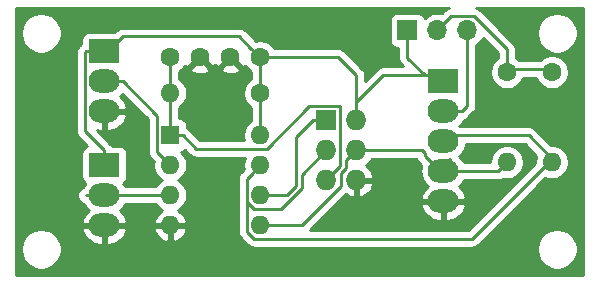
<source format=gbr>
G04 #@! TF.GenerationSoftware,KiCad,Pcbnew,5.1.5*
G04 #@! TF.CreationDate,2020-01-29T11:09:02+01:00*
G04 #@! TF.ProjectId,TinyADC,54696e79-4144-4432-9e6b-696361645f70,rev?*
G04 #@! TF.SameCoordinates,Original*
G04 #@! TF.FileFunction,Copper,L1,Top*
G04 #@! TF.FilePolarity,Positive*
%FSLAX46Y46*%
G04 Gerber Fmt 4.6, Leading zero omitted, Abs format (unit mm)*
G04 Created by KiCad (PCBNEW 5.1.5) date 2020-01-29 11:09:02*
%MOMM*%
%LPD*%
G04 APERTURE LIST*
%ADD10O,2.600000X2.000000*%
%ADD11R,2.600000X2.000000*%
%ADD12R,1.727200X1.727200*%
%ADD13O,1.727200X1.727200*%
%ADD14C,1.600000*%
%ADD15O,1.600000X1.600000*%
%ADD16R,1.600000X1.600000*%
%ADD17R,1.700000X1.700000*%
%ADD18O,1.700000X1.700000*%
%ADD19C,0.250000*%
%ADD20C,0.254000*%
G04 APERTURE END LIST*
D10*
X124460000Y-107950000D03*
X124460000Y-105410000D03*
D11*
X124460000Y-102870000D03*
D12*
X143256000Y-108712000D03*
D13*
X145796000Y-108712000D03*
X143256000Y-111252000D03*
X145796000Y-111252000D03*
X143256000Y-113792000D03*
X145796000Y-113792000D03*
D14*
X137628000Y-103378000D03*
X135128000Y-103378000D03*
X132548000Y-103378000D03*
X130048000Y-103378000D03*
D11*
X153162000Y-105410000D03*
D10*
X153162000Y-107950000D03*
X153162000Y-110490000D03*
X153162000Y-113030000D03*
X153162000Y-115570000D03*
D11*
X124460000Y-112522000D03*
D10*
X124460000Y-115062000D03*
X124460000Y-117602000D03*
D15*
X162366672Y-112268000D03*
D14*
X162366672Y-104648000D03*
X158556672Y-104648000D03*
D15*
X158556672Y-112268000D03*
D14*
X137668000Y-106426000D03*
D15*
X130048000Y-106426000D03*
D16*
X130048000Y-109982000D03*
D15*
X137668000Y-117602000D03*
X130048000Y-112522000D03*
X137668000Y-115062000D03*
X130048000Y-115062000D03*
X137668000Y-112522000D03*
X130048000Y-117602000D03*
X137668000Y-109982000D03*
D17*
X150114000Y-101092000D03*
D18*
X152654000Y-101092000D03*
X155194000Y-101092000D03*
D19*
X137668000Y-109982000D02*
X137668000Y-106426000D01*
X137628000Y-106386000D02*
X137668000Y-106426000D01*
X137628000Y-103378000D02*
X137628000Y-106386000D01*
X145796000Y-108712000D02*
X145796000Y-104902000D01*
X144272000Y-103378000D02*
X137628000Y-103378000D01*
X145796000Y-104902000D02*
X144272000Y-103378000D01*
X150114000Y-102192000D02*
X150114000Y-101092000D01*
X150114000Y-103404000D02*
X150114000Y-102192000D01*
X151612000Y-104902000D02*
X150114000Y-103404000D01*
X153162000Y-104902000D02*
X151612000Y-104902000D01*
X145796000Y-108712000D02*
X145796000Y-107188000D01*
X148082000Y-104902000D02*
X153162000Y-104902000D01*
X145796000Y-107188000D02*
X148082000Y-104902000D01*
X122910000Y-102870000D02*
X124460000Y-102870000D01*
X122834990Y-102945010D02*
X122910000Y-102870000D01*
X124460000Y-111272000D02*
X122834990Y-109646990D01*
X122834990Y-109646990D02*
X122834990Y-102945010D01*
X124460000Y-112522000D02*
X124460000Y-111272000D01*
X135870000Y-101620000D02*
X136828001Y-102578001D01*
X126010000Y-101620000D02*
X135870000Y-101620000D01*
X124760000Y-102870000D02*
X126010000Y-101620000D01*
X136828001Y-102578001D02*
X137628000Y-103378000D01*
X124460000Y-102870000D02*
X124760000Y-102870000D01*
X130048000Y-103378000D02*
X130048000Y-106426000D01*
X130048000Y-109982000D02*
X130048000Y-106426000D01*
X131098000Y-109982000D02*
X130048000Y-109982000D01*
X132223001Y-111107001D02*
X131098000Y-109982000D01*
X138208001Y-111107001D02*
X132223001Y-111107001D01*
X141791603Y-107523399D02*
X138208001Y-111107001D01*
X144379601Y-107523399D02*
X141791603Y-107523399D01*
X144444601Y-107588399D02*
X144379601Y-107523399D01*
X144444601Y-112603399D02*
X144444601Y-107588399D01*
X143256000Y-113792000D02*
X144444601Y-112603399D01*
X158556672Y-103212667D02*
X158556672Y-104344037D01*
X158556672Y-102715670D02*
X158556672Y-103212667D01*
X155758001Y-99916999D02*
X158556672Y-102715670D01*
X153829001Y-99916999D02*
X155758001Y-99916999D01*
X152654000Y-101092000D02*
X153829001Y-99916999D01*
X159688042Y-104344037D02*
X162366672Y-104344037D01*
X158556672Y-104344037D02*
X159688042Y-104344037D01*
X155194000Y-105710000D02*
X155194000Y-102294081D01*
X153162000Y-107442000D02*
X153462000Y-107442000D01*
X155194000Y-107468000D02*
X155194000Y-102294081D01*
X154712000Y-107950000D02*
X155194000Y-107468000D01*
X155194000Y-102294081D02*
X155194000Y-101092000D01*
X153162000Y-107950000D02*
X154712000Y-107950000D01*
X136542999Y-115602001D02*
X136542999Y-113647001D01*
X137127999Y-116187001D02*
X136542999Y-115602001D01*
X139465409Y-116187001D02*
X137127999Y-116187001D01*
X141166009Y-114486401D02*
X139465409Y-116187001D01*
X141166010Y-113341990D02*
X141166009Y-114486401D01*
X143256000Y-111252000D02*
X141166010Y-113341990D01*
X136868001Y-113321999D02*
X137668000Y-112522000D01*
X136542999Y-113647001D02*
X136868001Y-113321999D01*
X136542999Y-118142001D02*
X136542999Y-113647001D01*
X137127999Y-118727001D02*
X136542999Y-118142001D01*
X162366672Y-111964037D02*
X155603708Y-118727001D01*
X155603708Y-118727001D02*
X137127999Y-118727001D01*
X160384635Y-109982000D02*
X162366672Y-111964037D01*
X153162000Y-109982000D02*
X160384635Y-109982000D01*
X137668000Y-117602000D02*
X138799370Y-117602000D01*
X144932401Y-112115599D02*
X145796000Y-111252000D01*
X144932401Y-112752009D02*
X144932401Y-112115599D01*
X144526000Y-113158410D02*
X144932401Y-112752009D01*
X144526000Y-114281130D02*
X144526000Y-113158410D01*
X141205130Y-117602000D02*
X144526000Y-114281130D01*
X137668000Y-117602000D02*
X141205130Y-117602000D01*
X153719963Y-111964037D02*
X153162000Y-112522000D01*
X152862000Y-113030000D02*
X153162000Y-113030000D01*
X151612000Y-111780000D02*
X152862000Y-113030000D01*
X151384000Y-111252000D02*
X151612000Y-111480000D01*
X151612000Y-111480000D02*
X151612000Y-111780000D01*
X145796000Y-111252000D02*
X151384000Y-111252000D01*
X157794672Y-113030000D02*
X158556672Y-112268000D01*
X153162000Y-113030000D02*
X157794672Y-113030000D01*
X124486000Y-115062000D02*
X130048000Y-115062000D01*
X122936000Y-115062000D02*
X124486000Y-115062000D01*
X129248001Y-111722001D02*
X130048000Y-112522000D01*
X128922999Y-111396999D02*
X129248001Y-111722001D01*
X128922999Y-108322999D02*
X128922999Y-111396999D01*
X126010000Y-105410000D02*
X128922999Y-108322999D01*
X124460000Y-105410000D02*
X126010000Y-105410000D01*
X142142400Y-108712000D02*
X140716000Y-110138400D01*
X143256000Y-108712000D02*
X142142400Y-108712000D01*
X140716000Y-110138400D02*
X140716000Y-114300000D01*
X139954000Y-115062000D02*
X137668000Y-115062000D01*
X140716000Y-114300000D02*
X139954000Y-115062000D01*
D20*
G36*
X153536754Y-99211453D02*
G01*
X153404725Y-99282025D01*
X153289000Y-99376998D01*
X153265202Y-99405996D01*
X153020408Y-99650790D01*
X152800260Y-99607000D01*
X152507740Y-99607000D01*
X152220842Y-99664068D01*
X151950589Y-99776010D01*
X151707368Y-99938525D01*
X151575513Y-100070380D01*
X151553502Y-99997820D01*
X151494537Y-99887506D01*
X151415185Y-99790815D01*
X151318494Y-99711463D01*
X151208180Y-99652498D01*
X151088482Y-99616188D01*
X150964000Y-99603928D01*
X149264000Y-99603928D01*
X149139518Y-99616188D01*
X149019820Y-99652498D01*
X148909506Y-99711463D01*
X148812815Y-99790815D01*
X148733463Y-99887506D01*
X148674498Y-99997820D01*
X148638188Y-100117518D01*
X148625928Y-100242000D01*
X148625928Y-101942000D01*
X148638188Y-102066482D01*
X148674498Y-102186180D01*
X148733463Y-102296494D01*
X148812815Y-102393185D01*
X148909506Y-102472537D01*
X149019820Y-102531502D01*
X149139518Y-102567812D01*
X149264000Y-102580072D01*
X149354001Y-102580072D01*
X149354000Y-103366677D01*
X149350324Y-103404000D01*
X149354000Y-103441322D01*
X149354000Y-103441332D01*
X149364997Y-103552985D01*
X149407776Y-103694012D01*
X149408454Y-103696246D01*
X149479026Y-103828276D01*
X149518871Y-103876826D01*
X149573999Y-103944001D01*
X149603003Y-103967804D01*
X149777199Y-104142000D01*
X148119322Y-104142000D01*
X148081999Y-104138324D01*
X148044676Y-104142000D01*
X148044667Y-104142000D01*
X147933014Y-104152997D01*
X147789753Y-104196454D01*
X147657724Y-104267026D01*
X147541999Y-104361999D01*
X147518202Y-104390996D01*
X146556000Y-105353198D01*
X146556000Y-104939322D01*
X146559676Y-104901999D01*
X146556000Y-104864676D01*
X146556000Y-104864667D01*
X146545003Y-104753014D01*
X146501546Y-104609753D01*
X146430974Y-104477724D01*
X146416020Y-104459502D01*
X146359799Y-104390996D01*
X146359795Y-104390992D01*
X146336001Y-104361999D01*
X146307008Y-104338205D01*
X144835803Y-102867002D01*
X144812001Y-102837999D01*
X144696276Y-102743026D01*
X144564247Y-102672454D01*
X144420986Y-102628997D01*
X144309333Y-102618000D01*
X144309322Y-102618000D01*
X144272000Y-102614324D01*
X144234678Y-102618000D01*
X138846043Y-102618000D01*
X138742637Y-102463241D01*
X138542759Y-102263363D01*
X138307727Y-102106320D01*
X138046574Y-101998147D01*
X137769335Y-101943000D01*
X137486665Y-101943000D01*
X137304114Y-101979312D01*
X136433804Y-101109002D01*
X136410001Y-101079999D01*
X136294276Y-100985026D01*
X136162247Y-100914454D01*
X136018986Y-100870997D01*
X135907333Y-100860000D01*
X135907322Y-100860000D01*
X135870000Y-100856324D01*
X135832678Y-100860000D01*
X126047323Y-100860000D01*
X126010000Y-100856324D01*
X125972677Y-100860000D01*
X125972667Y-100860000D01*
X125861014Y-100870997D01*
X125717753Y-100914454D01*
X125585723Y-100985026D01*
X125502083Y-101053668D01*
X125469999Y-101079999D01*
X125446201Y-101108997D01*
X125323270Y-101231928D01*
X123160000Y-101231928D01*
X123035518Y-101244188D01*
X122915820Y-101280498D01*
X122805506Y-101339463D01*
X122708815Y-101418815D01*
X122629463Y-101515506D01*
X122570498Y-101625820D01*
X122534188Y-101745518D01*
X122521928Y-101870000D01*
X122521928Y-102215674D01*
X122485724Y-102235026D01*
X122369999Y-102329999D01*
X122346196Y-102359003D01*
X122323988Y-102381211D01*
X122294990Y-102405009D01*
X122271192Y-102434007D01*
X122271191Y-102434008D01*
X122200016Y-102520734D01*
X122129444Y-102652764D01*
X122108741Y-102721015D01*
X122085988Y-102796024D01*
X122075989Y-102897546D01*
X122071314Y-102945010D01*
X122074991Y-102982342D01*
X122074990Y-109609667D01*
X122071314Y-109646990D01*
X122074990Y-109684312D01*
X122074990Y-109684322D01*
X122085987Y-109795975D01*
X122110274Y-109876039D01*
X122129444Y-109939236D01*
X122200016Y-110071266D01*
X122224474Y-110101068D01*
X122294989Y-110186991D01*
X122323993Y-110210794D01*
X123015469Y-110902270D01*
X122915820Y-110932498D01*
X122805506Y-110991463D01*
X122708815Y-111070815D01*
X122629463Y-111167506D01*
X122570498Y-111277820D01*
X122534188Y-111397518D01*
X122521928Y-111522000D01*
X122521928Y-113522000D01*
X122534188Y-113646482D01*
X122570498Y-113766180D01*
X122629463Y-113876494D01*
X122708815Y-113973185D01*
X122805506Y-114052537D01*
X122852655Y-114077739D01*
X122793969Y-114149248D01*
X122690852Y-114342167D01*
X122643753Y-114356454D01*
X122511724Y-114427026D01*
X122395999Y-114521999D01*
X122301026Y-114637724D01*
X122230454Y-114769753D01*
X122186997Y-114913014D01*
X122172323Y-115062000D01*
X122186997Y-115210986D01*
X122230454Y-115354247D01*
X122301026Y-115486276D01*
X122395999Y-115602001D01*
X122511724Y-115696974D01*
X122643753Y-115767546D01*
X122690852Y-115781833D01*
X122793969Y-115974752D01*
X122998286Y-116223714D01*
X123128142Y-116330284D01*
X122914078Y-116535683D01*
X122729990Y-116799239D01*
X122600856Y-117093645D01*
X122569876Y-117221566D01*
X122689223Y-117475000D01*
X124333000Y-117475000D01*
X124333000Y-117455000D01*
X124587000Y-117455000D01*
X124587000Y-117475000D01*
X126230777Y-117475000D01*
X126350124Y-117221566D01*
X126319144Y-117093645D01*
X126190010Y-116799239D01*
X126005922Y-116535683D01*
X125791858Y-116330284D01*
X125921714Y-116223714D01*
X126126031Y-115974752D01*
X126207679Y-115822000D01*
X128829957Y-115822000D01*
X128933363Y-115976759D01*
X129133241Y-116176637D01*
X129368273Y-116333680D01*
X129378865Y-116338067D01*
X129192869Y-116449615D01*
X128984481Y-116638586D01*
X128816963Y-116864580D01*
X128696754Y-117118913D01*
X128656096Y-117252961D01*
X128778085Y-117475000D01*
X129921000Y-117475000D01*
X129921000Y-117455000D01*
X130175000Y-117455000D01*
X130175000Y-117475000D01*
X131317915Y-117475000D01*
X131439904Y-117252961D01*
X131399246Y-117118913D01*
X131279037Y-116864580D01*
X131111519Y-116638586D01*
X130903131Y-116449615D01*
X130717135Y-116338067D01*
X130727727Y-116333680D01*
X130962759Y-116176637D01*
X131162637Y-115976759D01*
X131319680Y-115741727D01*
X131427853Y-115480574D01*
X131483000Y-115203335D01*
X131483000Y-114920665D01*
X131427853Y-114643426D01*
X131319680Y-114382273D01*
X131162637Y-114147241D01*
X130962759Y-113947363D01*
X130730241Y-113792000D01*
X130962759Y-113636637D01*
X131162637Y-113436759D01*
X131319680Y-113201727D01*
X131427853Y-112940574D01*
X131483000Y-112663335D01*
X131483000Y-112380665D01*
X131427853Y-112103426D01*
X131319680Y-111842273D01*
X131162637Y-111607241D01*
X130964039Y-111408643D01*
X130972482Y-111407812D01*
X131092180Y-111371502D01*
X131202494Y-111312537D01*
X131285563Y-111244364D01*
X131659202Y-111618004D01*
X131683000Y-111647002D01*
X131798725Y-111741975D01*
X131930754Y-111812547D01*
X132074015Y-111856004D01*
X132185668Y-111867001D01*
X132185676Y-111867001D01*
X132223001Y-111870677D01*
X132260326Y-111867001D01*
X136386077Y-111867001D01*
X136288147Y-112103426D01*
X136233000Y-112380665D01*
X136233000Y-112663335D01*
X136269312Y-112845887D01*
X136031997Y-113083202D01*
X136002999Y-113107000D01*
X135979201Y-113135998D01*
X135979200Y-113135999D01*
X135908025Y-113222725D01*
X135837453Y-113354755D01*
X135815539Y-113427000D01*
X135793997Y-113498015D01*
X135783000Y-113609668D01*
X135779323Y-113647001D01*
X135783000Y-113684333D01*
X135782999Y-115564678D01*
X135779323Y-115602001D01*
X135782999Y-115639323D01*
X135782999Y-115639333D01*
X135783000Y-115639339D01*
X135782999Y-118104678D01*
X135779323Y-118142001D01*
X135782999Y-118179323D01*
X135782999Y-118179333D01*
X135793996Y-118290986D01*
X135816653Y-118365676D01*
X135837453Y-118434247D01*
X135908025Y-118566277D01*
X135947870Y-118614827D01*
X136002998Y-118682002D01*
X136032001Y-118705804D01*
X136564199Y-119238003D01*
X136587998Y-119267002D01*
X136616996Y-119290800D01*
X136703722Y-119361975D01*
X136835752Y-119432547D01*
X136979013Y-119476004D01*
X137090666Y-119487001D01*
X137090676Y-119487001D01*
X137127999Y-119490677D01*
X137165322Y-119487001D01*
X155566386Y-119487001D01*
X155603708Y-119490677D01*
X155641030Y-119487001D01*
X155641041Y-119487001D01*
X155752694Y-119476004D01*
X155795177Y-119463117D01*
X161079000Y-119463117D01*
X161079000Y-119804883D01*
X161145675Y-120140081D01*
X161276463Y-120455831D01*
X161466337Y-120739998D01*
X161708002Y-120981663D01*
X161992169Y-121171537D01*
X162307919Y-121302325D01*
X162643117Y-121369000D01*
X162984883Y-121369000D01*
X163320081Y-121302325D01*
X163635831Y-121171537D01*
X163919998Y-120981663D01*
X164161663Y-120739998D01*
X164351537Y-120455831D01*
X164482325Y-120140081D01*
X164549000Y-119804883D01*
X164549000Y-119463117D01*
X164482325Y-119127919D01*
X164351537Y-118812169D01*
X164161663Y-118528002D01*
X163919998Y-118286337D01*
X163635831Y-118096463D01*
X163320081Y-117965675D01*
X162984883Y-117899000D01*
X162643117Y-117899000D01*
X162307919Y-117965675D01*
X161992169Y-118096463D01*
X161708002Y-118286337D01*
X161466337Y-118528002D01*
X161276463Y-118812169D01*
X161145675Y-119127919D01*
X161079000Y-119463117D01*
X155795177Y-119463117D01*
X155895955Y-119432547D01*
X156027984Y-119361975D01*
X156143709Y-119267002D01*
X156167512Y-119237998D01*
X161813437Y-113592075D01*
X161948098Y-113647853D01*
X162225337Y-113703000D01*
X162508007Y-113703000D01*
X162785246Y-113647853D01*
X163046399Y-113539680D01*
X163281431Y-113382637D01*
X163481309Y-113182759D01*
X163638352Y-112947727D01*
X163746525Y-112686574D01*
X163801672Y-112409335D01*
X163801672Y-112126665D01*
X163746525Y-111849426D01*
X163638352Y-111588273D01*
X163481309Y-111353241D01*
X163281431Y-111153363D01*
X163046399Y-110996320D01*
X162785246Y-110888147D01*
X162508007Y-110833000D01*
X162310437Y-110833000D01*
X160948439Y-109471003D01*
X160924636Y-109441999D01*
X160808911Y-109347026D01*
X160676882Y-109276454D01*
X160533621Y-109232997D01*
X160421968Y-109222000D01*
X160421957Y-109222000D01*
X160384635Y-109218324D01*
X160347313Y-109222000D01*
X154494204Y-109222000D01*
X154491767Y-109220000D01*
X154623714Y-109111714D01*
X154828031Y-108862752D01*
X154926117Y-108679246D01*
X155004247Y-108655546D01*
X155136276Y-108584974D01*
X155252001Y-108490001D01*
X155275804Y-108460997D01*
X155704998Y-108031803D01*
X155734001Y-108008001D01*
X155794031Y-107934854D01*
X155828974Y-107892277D01*
X155899546Y-107760247D01*
X155907433Y-107734247D01*
X155943003Y-107616986D01*
X155954000Y-107505333D01*
X155954000Y-107505323D01*
X155957676Y-107468000D01*
X155954000Y-107430677D01*
X155954000Y-102370178D01*
X156140632Y-102245475D01*
X156347475Y-102038632D01*
X156509990Y-101795411D01*
X156525109Y-101758909D01*
X157796672Y-103030473D01*
X157796672Y-103429956D01*
X157641913Y-103533363D01*
X157442035Y-103733241D01*
X157284992Y-103968273D01*
X157176819Y-104229426D01*
X157121672Y-104506665D01*
X157121672Y-104789335D01*
X157176819Y-105066574D01*
X157284992Y-105327727D01*
X157442035Y-105562759D01*
X157641913Y-105762637D01*
X157876945Y-105919680D01*
X158138098Y-106027853D01*
X158415337Y-106083000D01*
X158698007Y-106083000D01*
X158975246Y-106027853D01*
X159236399Y-105919680D01*
X159471431Y-105762637D01*
X159671309Y-105562759D01*
X159828352Y-105327727D01*
X159921007Y-105104037D01*
X161002337Y-105104037D01*
X161094992Y-105327727D01*
X161252035Y-105562759D01*
X161451913Y-105762637D01*
X161686945Y-105919680D01*
X161948098Y-106027853D01*
X162225337Y-106083000D01*
X162508007Y-106083000D01*
X162785246Y-106027853D01*
X163046399Y-105919680D01*
X163281431Y-105762637D01*
X163481309Y-105562759D01*
X163638352Y-105327727D01*
X163746525Y-105066574D01*
X163801672Y-104789335D01*
X163801672Y-104506665D01*
X163746525Y-104229426D01*
X163638352Y-103968273D01*
X163481309Y-103733241D01*
X163281431Y-103533363D01*
X163046399Y-103376320D01*
X162785246Y-103268147D01*
X162508007Y-103213000D01*
X162225337Y-103213000D01*
X161948098Y-103268147D01*
X161686945Y-103376320D01*
X161451913Y-103533363D01*
X161401239Y-103584037D01*
X159522105Y-103584037D01*
X159471431Y-103533363D01*
X159316672Y-103429957D01*
X159316672Y-102752992D01*
X159320348Y-102715669D01*
X159316672Y-102678346D01*
X159316672Y-102678337D01*
X159305675Y-102566684D01*
X159262218Y-102423423D01*
X159191646Y-102291394D01*
X159161757Y-102254974D01*
X159120471Y-102204666D01*
X159120467Y-102204662D01*
X159096673Y-102175669D01*
X159067681Y-102151876D01*
X158090922Y-101175117D01*
X161079000Y-101175117D01*
X161079000Y-101516883D01*
X161145675Y-101852081D01*
X161276463Y-102167831D01*
X161466337Y-102451998D01*
X161708002Y-102693663D01*
X161992169Y-102883537D01*
X162307919Y-103014325D01*
X162643117Y-103081000D01*
X162984883Y-103081000D01*
X163320081Y-103014325D01*
X163635831Y-102883537D01*
X163919998Y-102693663D01*
X164161663Y-102451998D01*
X164351537Y-102167831D01*
X164482325Y-101852081D01*
X164549000Y-101516883D01*
X164549000Y-101175117D01*
X164482325Y-100839919D01*
X164351537Y-100524169D01*
X164161663Y-100240002D01*
X163919998Y-99998337D01*
X163635831Y-99808463D01*
X163320081Y-99677675D01*
X162984883Y-99611000D01*
X162643117Y-99611000D01*
X162307919Y-99677675D01*
X161992169Y-99808463D01*
X161708002Y-99998337D01*
X161466337Y-100240002D01*
X161276463Y-100524169D01*
X161145675Y-100839919D01*
X161079000Y-101175117D01*
X158090922Y-101175117D01*
X156321805Y-99406002D01*
X156298002Y-99376998D01*
X156182277Y-99282025D01*
X156050248Y-99211453D01*
X155969636Y-99187000D01*
X164973000Y-99187000D01*
X164973000Y-121793000D01*
X116967000Y-121793000D01*
X116967000Y-119463117D01*
X117391000Y-119463117D01*
X117391000Y-119804883D01*
X117457675Y-120140081D01*
X117588463Y-120455831D01*
X117778337Y-120739998D01*
X118020002Y-120981663D01*
X118304169Y-121171537D01*
X118619919Y-121302325D01*
X118955117Y-121369000D01*
X119296883Y-121369000D01*
X119632081Y-121302325D01*
X119947831Y-121171537D01*
X120231998Y-120981663D01*
X120473663Y-120739998D01*
X120663537Y-120455831D01*
X120794325Y-120140081D01*
X120861000Y-119804883D01*
X120861000Y-119463117D01*
X120794325Y-119127919D01*
X120663537Y-118812169D01*
X120473663Y-118528002D01*
X120231998Y-118286337D01*
X119947831Y-118096463D01*
X119672541Y-117982434D01*
X122569876Y-117982434D01*
X122600856Y-118110355D01*
X122729990Y-118404761D01*
X122914078Y-118668317D01*
X123146046Y-118890895D01*
X123416980Y-119063942D01*
X123716468Y-119180807D01*
X124033000Y-119237000D01*
X124333000Y-119237000D01*
X124333000Y-117729000D01*
X124587000Y-117729000D01*
X124587000Y-119237000D01*
X124887000Y-119237000D01*
X125203532Y-119180807D01*
X125503020Y-119063942D01*
X125773954Y-118890895D01*
X126005922Y-118668317D01*
X126190010Y-118404761D01*
X126319144Y-118110355D01*
X126350124Y-117982434D01*
X126335340Y-117951039D01*
X128656096Y-117951039D01*
X128696754Y-118085087D01*
X128816963Y-118339420D01*
X128984481Y-118565414D01*
X129192869Y-118754385D01*
X129434119Y-118899070D01*
X129698960Y-118993909D01*
X129921000Y-118872624D01*
X129921000Y-117729000D01*
X130175000Y-117729000D01*
X130175000Y-118872624D01*
X130397040Y-118993909D01*
X130661881Y-118899070D01*
X130903131Y-118754385D01*
X131111519Y-118565414D01*
X131279037Y-118339420D01*
X131399246Y-118085087D01*
X131439904Y-117951039D01*
X131317915Y-117729000D01*
X130175000Y-117729000D01*
X129921000Y-117729000D01*
X128778085Y-117729000D01*
X128656096Y-117951039D01*
X126335340Y-117951039D01*
X126230777Y-117729000D01*
X124587000Y-117729000D01*
X124333000Y-117729000D01*
X122689223Y-117729000D01*
X122569876Y-117982434D01*
X119672541Y-117982434D01*
X119632081Y-117965675D01*
X119296883Y-117899000D01*
X118955117Y-117899000D01*
X118619919Y-117965675D01*
X118304169Y-118096463D01*
X118020002Y-118286337D01*
X117778337Y-118528002D01*
X117588463Y-118812169D01*
X117457675Y-119127919D01*
X117391000Y-119463117D01*
X116967000Y-119463117D01*
X116967000Y-101175117D01*
X117391000Y-101175117D01*
X117391000Y-101516883D01*
X117457675Y-101852081D01*
X117588463Y-102167831D01*
X117778337Y-102451998D01*
X118020002Y-102693663D01*
X118304169Y-102883537D01*
X118619919Y-103014325D01*
X118955117Y-103081000D01*
X119296883Y-103081000D01*
X119632081Y-103014325D01*
X119947831Y-102883537D01*
X120231998Y-102693663D01*
X120473663Y-102451998D01*
X120663537Y-102167831D01*
X120794325Y-101852081D01*
X120861000Y-101516883D01*
X120861000Y-101175117D01*
X120794325Y-100839919D01*
X120663537Y-100524169D01*
X120473663Y-100240002D01*
X120231998Y-99998337D01*
X119947831Y-99808463D01*
X119632081Y-99677675D01*
X119296883Y-99611000D01*
X118955117Y-99611000D01*
X118619919Y-99677675D01*
X118304169Y-99808463D01*
X118020002Y-99998337D01*
X117778337Y-100240002D01*
X117588463Y-100524169D01*
X117457675Y-100839919D01*
X117391000Y-101175117D01*
X116967000Y-101175117D01*
X116967000Y-99187000D01*
X153617366Y-99187000D01*
X153536754Y-99211453D01*
G37*
X153536754Y-99211453D02*
X153404725Y-99282025D01*
X153289000Y-99376998D01*
X153265202Y-99405996D01*
X153020408Y-99650790D01*
X152800260Y-99607000D01*
X152507740Y-99607000D01*
X152220842Y-99664068D01*
X151950589Y-99776010D01*
X151707368Y-99938525D01*
X151575513Y-100070380D01*
X151553502Y-99997820D01*
X151494537Y-99887506D01*
X151415185Y-99790815D01*
X151318494Y-99711463D01*
X151208180Y-99652498D01*
X151088482Y-99616188D01*
X150964000Y-99603928D01*
X149264000Y-99603928D01*
X149139518Y-99616188D01*
X149019820Y-99652498D01*
X148909506Y-99711463D01*
X148812815Y-99790815D01*
X148733463Y-99887506D01*
X148674498Y-99997820D01*
X148638188Y-100117518D01*
X148625928Y-100242000D01*
X148625928Y-101942000D01*
X148638188Y-102066482D01*
X148674498Y-102186180D01*
X148733463Y-102296494D01*
X148812815Y-102393185D01*
X148909506Y-102472537D01*
X149019820Y-102531502D01*
X149139518Y-102567812D01*
X149264000Y-102580072D01*
X149354001Y-102580072D01*
X149354000Y-103366677D01*
X149350324Y-103404000D01*
X149354000Y-103441322D01*
X149354000Y-103441332D01*
X149364997Y-103552985D01*
X149407776Y-103694012D01*
X149408454Y-103696246D01*
X149479026Y-103828276D01*
X149518871Y-103876826D01*
X149573999Y-103944001D01*
X149603003Y-103967804D01*
X149777199Y-104142000D01*
X148119322Y-104142000D01*
X148081999Y-104138324D01*
X148044676Y-104142000D01*
X148044667Y-104142000D01*
X147933014Y-104152997D01*
X147789753Y-104196454D01*
X147657724Y-104267026D01*
X147541999Y-104361999D01*
X147518202Y-104390996D01*
X146556000Y-105353198D01*
X146556000Y-104939322D01*
X146559676Y-104901999D01*
X146556000Y-104864676D01*
X146556000Y-104864667D01*
X146545003Y-104753014D01*
X146501546Y-104609753D01*
X146430974Y-104477724D01*
X146416020Y-104459502D01*
X146359799Y-104390996D01*
X146359795Y-104390992D01*
X146336001Y-104361999D01*
X146307008Y-104338205D01*
X144835803Y-102867002D01*
X144812001Y-102837999D01*
X144696276Y-102743026D01*
X144564247Y-102672454D01*
X144420986Y-102628997D01*
X144309333Y-102618000D01*
X144309322Y-102618000D01*
X144272000Y-102614324D01*
X144234678Y-102618000D01*
X138846043Y-102618000D01*
X138742637Y-102463241D01*
X138542759Y-102263363D01*
X138307727Y-102106320D01*
X138046574Y-101998147D01*
X137769335Y-101943000D01*
X137486665Y-101943000D01*
X137304114Y-101979312D01*
X136433804Y-101109002D01*
X136410001Y-101079999D01*
X136294276Y-100985026D01*
X136162247Y-100914454D01*
X136018986Y-100870997D01*
X135907333Y-100860000D01*
X135907322Y-100860000D01*
X135870000Y-100856324D01*
X135832678Y-100860000D01*
X126047323Y-100860000D01*
X126010000Y-100856324D01*
X125972677Y-100860000D01*
X125972667Y-100860000D01*
X125861014Y-100870997D01*
X125717753Y-100914454D01*
X125585723Y-100985026D01*
X125502083Y-101053668D01*
X125469999Y-101079999D01*
X125446201Y-101108997D01*
X125323270Y-101231928D01*
X123160000Y-101231928D01*
X123035518Y-101244188D01*
X122915820Y-101280498D01*
X122805506Y-101339463D01*
X122708815Y-101418815D01*
X122629463Y-101515506D01*
X122570498Y-101625820D01*
X122534188Y-101745518D01*
X122521928Y-101870000D01*
X122521928Y-102215674D01*
X122485724Y-102235026D01*
X122369999Y-102329999D01*
X122346196Y-102359003D01*
X122323988Y-102381211D01*
X122294990Y-102405009D01*
X122271192Y-102434007D01*
X122271191Y-102434008D01*
X122200016Y-102520734D01*
X122129444Y-102652764D01*
X122108741Y-102721015D01*
X122085988Y-102796024D01*
X122075989Y-102897546D01*
X122071314Y-102945010D01*
X122074991Y-102982342D01*
X122074990Y-109609667D01*
X122071314Y-109646990D01*
X122074990Y-109684312D01*
X122074990Y-109684322D01*
X122085987Y-109795975D01*
X122110274Y-109876039D01*
X122129444Y-109939236D01*
X122200016Y-110071266D01*
X122224474Y-110101068D01*
X122294989Y-110186991D01*
X122323993Y-110210794D01*
X123015469Y-110902270D01*
X122915820Y-110932498D01*
X122805506Y-110991463D01*
X122708815Y-111070815D01*
X122629463Y-111167506D01*
X122570498Y-111277820D01*
X122534188Y-111397518D01*
X122521928Y-111522000D01*
X122521928Y-113522000D01*
X122534188Y-113646482D01*
X122570498Y-113766180D01*
X122629463Y-113876494D01*
X122708815Y-113973185D01*
X122805506Y-114052537D01*
X122852655Y-114077739D01*
X122793969Y-114149248D01*
X122690852Y-114342167D01*
X122643753Y-114356454D01*
X122511724Y-114427026D01*
X122395999Y-114521999D01*
X122301026Y-114637724D01*
X122230454Y-114769753D01*
X122186997Y-114913014D01*
X122172323Y-115062000D01*
X122186997Y-115210986D01*
X122230454Y-115354247D01*
X122301026Y-115486276D01*
X122395999Y-115602001D01*
X122511724Y-115696974D01*
X122643753Y-115767546D01*
X122690852Y-115781833D01*
X122793969Y-115974752D01*
X122998286Y-116223714D01*
X123128142Y-116330284D01*
X122914078Y-116535683D01*
X122729990Y-116799239D01*
X122600856Y-117093645D01*
X122569876Y-117221566D01*
X122689223Y-117475000D01*
X124333000Y-117475000D01*
X124333000Y-117455000D01*
X124587000Y-117455000D01*
X124587000Y-117475000D01*
X126230777Y-117475000D01*
X126350124Y-117221566D01*
X126319144Y-117093645D01*
X126190010Y-116799239D01*
X126005922Y-116535683D01*
X125791858Y-116330284D01*
X125921714Y-116223714D01*
X126126031Y-115974752D01*
X126207679Y-115822000D01*
X128829957Y-115822000D01*
X128933363Y-115976759D01*
X129133241Y-116176637D01*
X129368273Y-116333680D01*
X129378865Y-116338067D01*
X129192869Y-116449615D01*
X128984481Y-116638586D01*
X128816963Y-116864580D01*
X128696754Y-117118913D01*
X128656096Y-117252961D01*
X128778085Y-117475000D01*
X129921000Y-117475000D01*
X129921000Y-117455000D01*
X130175000Y-117455000D01*
X130175000Y-117475000D01*
X131317915Y-117475000D01*
X131439904Y-117252961D01*
X131399246Y-117118913D01*
X131279037Y-116864580D01*
X131111519Y-116638586D01*
X130903131Y-116449615D01*
X130717135Y-116338067D01*
X130727727Y-116333680D01*
X130962759Y-116176637D01*
X131162637Y-115976759D01*
X131319680Y-115741727D01*
X131427853Y-115480574D01*
X131483000Y-115203335D01*
X131483000Y-114920665D01*
X131427853Y-114643426D01*
X131319680Y-114382273D01*
X131162637Y-114147241D01*
X130962759Y-113947363D01*
X130730241Y-113792000D01*
X130962759Y-113636637D01*
X131162637Y-113436759D01*
X131319680Y-113201727D01*
X131427853Y-112940574D01*
X131483000Y-112663335D01*
X131483000Y-112380665D01*
X131427853Y-112103426D01*
X131319680Y-111842273D01*
X131162637Y-111607241D01*
X130964039Y-111408643D01*
X130972482Y-111407812D01*
X131092180Y-111371502D01*
X131202494Y-111312537D01*
X131285563Y-111244364D01*
X131659202Y-111618004D01*
X131683000Y-111647002D01*
X131798725Y-111741975D01*
X131930754Y-111812547D01*
X132074015Y-111856004D01*
X132185668Y-111867001D01*
X132185676Y-111867001D01*
X132223001Y-111870677D01*
X132260326Y-111867001D01*
X136386077Y-111867001D01*
X136288147Y-112103426D01*
X136233000Y-112380665D01*
X136233000Y-112663335D01*
X136269312Y-112845887D01*
X136031997Y-113083202D01*
X136002999Y-113107000D01*
X135979201Y-113135998D01*
X135979200Y-113135999D01*
X135908025Y-113222725D01*
X135837453Y-113354755D01*
X135815539Y-113427000D01*
X135793997Y-113498015D01*
X135783000Y-113609668D01*
X135779323Y-113647001D01*
X135783000Y-113684333D01*
X135782999Y-115564678D01*
X135779323Y-115602001D01*
X135782999Y-115639323D01*
X135782999Y-115639333D01*
X135783000Y-115639339D01*
X135782999Y-118104678D01*
X135779323Y-118142001D01*
X135782999Y-118179323D01*
X135782999Y-118179333D01*
X135793996Y-118290986D01*
X135816653Y-118365676D01*
X135837453Y-118434247D01*
X135908025Y-118566277D01*
X135947870Y-118614827D01*
X136002998Y-118682002D01*
X136032001Y-118705804D01*
X136564199Y-119238003D01*
X136587998Y-119267002D01*
X136616996Y-119290800D01*
X136703722Y-119361975D01*
X136835752Y-119432547D01*
X136979013Y-119476004D01*
X137090666Y-119487001D01*
X137090676Y-119487001D01*
X137127999Y-119490677D01*
X137165322Y-119487001D01*
X155566386Y-119487001D01*
X155603708Y-119490677D01*
X155641030Y-119487001D01*
X155641041Y-119487001D01*
X155752694Y-119476004D01*
X155795177Y-119463117D01*
X161079000Y-119463117D01*
X161079000Y-119804883D01*
X161145675Y-120140081D01*
X161276463Y-120455831D01*
X161466337Y-120739998D01*
X161708002Y-120981663D01*
X161992169Y-121171537D01*
X162307919Y-121302325D01*
X162643117Y-121369000D01*
X162984883Y-121369000D01*
X163320081Y-121302325D01*
X163635831Y-121171537D01*
X163919998Y-120981663D01*
X164161663Y-120739998D01*
X164351537Y-120455831D01*
X164482325Y-120140081D01*
X164549000Y-119804883D01*
X164549000Y-119463117D01*
X164482325Y-119127919D01*
X164351537Y-118812169D01*
X164161663Y-118528002D01*
X163919998Y-118286337D01*
X163635831Y-118096463D01*
X163320081Y-117965675D01*
X162984883Y-117899000D01*
X162643117Y-117899000D01*
X162307919Y-117965675D01*
X161992169Y-118096463D01*
X161708002Y-118286337D01*
X161466337Y-118528002D01*
X161276463Y-118812169D01*
X161145675Y-119127919D01*
X161079000Y-119463117D01*
X155795177Y-119463117D01*
X155895955Y-119432547D01*
X156027984Y-119361975D01*
X156143709Y-119267002D01*
X156167512Y-119237998D01*
X161813437Y-113592075D01*
X161948098Y-113647853D01*
X162225337Y-113703000D01*
X162508007Y-113703000D01*
X162785246Y-113647853D01*
X163046399Y-113539680D01*
X163281431Y-113382637D01*
X163481309Y-113182759D01*
X163638352Y-112947727D01*
X163746525Y-112686574D01*
X163801672Y-112409335D01*
X163801672Y-112126665D01*
X163746525Y-111849426D01*
X163638352Y-111588273D01*
X163481309Y-111353241D01*
X163281431Y-111153363D01*
X163046399Y-110996320D01*
X162785246Y-110888147D01*
X162508007Y-110833000D01*
X162310437Y-110833000D01*
X160948439Y-109471003D01*
X160924636Y-109441999D01*
X160808911Y-109347026D01*
X160676882Y-109276454D01*
X160533621Y-109232997D01*
X160421968Y-109222000D01*
X160421957Y-109222000D01*
X160384635Y-109218324D01*
X160347313Y-109222000D01*
X154494204Y-109222000D01*
X154491767Y-109220000D01*
X154623714Y-109111714D01*
X154828031Y-108862752D01*
X154926117Y-108679246D01*
X155004247Y-108655546D01*
X155136276Y-108584974D01*
X155252001Y-108490001D01*
X155275804Y-108460997D01*
X155704998Y-108031803D01*
X155734001Y-108008001D01*
X155794031Y-107934854D01*
X155828974Y-107892277D01*
X155899546Y-107760247D01*
X155907433Y-107734247D01*
X155943003Y-107616986D01*
X155954000Y-107505333D01*
X155954000Y-107505323D01*
X155957676Y-107468000D01*
X155954000Y-107430677D01*
X155954000Y-102370178D01*
X156140632Y-102245475D01*
X156347475Y-102038632D01*
X156509990Y-101795411D01*
X156525109Y-101758909D01*
X157796672Y-103030473D01*
X157796672Y-103429956D01*
X157641913Y-103533363D01*
X157442035Y-103733241D01*
X157284992Y-103968273D01*
X157176819Y-104229426D01*
X157121672Y-104506665D01*
X157121672Y-104789335D01*
X157176819Y-105066574D01*
X157284992Y-105327727D01*
X157442035Y-105562759D01*
X157641913Y-105762637D01*
X157876945Y-105919680D01*
X158138098Y-106027853D01*
X158415337Y-106083000D01*
X158698007Y-106083000D01*
X158975246Y-106027853D01*
X159236399Y-105919680D01*
X159471431Y-105762637D01*
X159671309Y-105562759D01*
X159828352Y-105327727D01*
X159921007Y-105104037D01*
X161002337Y-105104037D01*
X161094992Y-105327727D01*
X161252035Y-105562759D01*
X161451913Y-105762637D01*
X161686945Y-105919680D01*
X161948098Y-106027853D01*
X162225337Y-106083000D01*
X162508007Y-106083000D01*
X162785246Y-106027853D01*
X163046399Y-105919680D01*
X163281431Y-105762637D01*
X163481309Y-105562759D01*
X163638352Y-105327727D01*
X163746525Y-105066574D01*
X163801672Y-104789335D01*
X163801672Y-104506665D01*
X163746525Y-104229426D01*
X163638352Y-103968273D01*
X163481309Y-103733241D01*
X163281431Y-103533363D01*
X163046399Y-103376320D01*
X162785246Y-103268147D01*
X162508007Y-103213000D01*
X162225337Y-103213000D01*
X161948098Y-103268147D01*
X161686945Y-103376320D01*
X161451913Y-103533363D01*
X161401239Y-103584037D01*
X159522105Y-103584037D01*
X159471431Y-103533363D01*
X159316672Y-103429957D01*
X159316672Y-102752992D01*
X159320348Y-102715669D01*
X159316672Y-102678346D01*
X159316672Y-102678337D01*
X159305675Y-102566684D01*
X159262218Y-102423423D01*
X159191646Y-102291394D01*
X159161757Y-102254974D01*
X159120471Y-102204666D01*
X159120467Y-102204662D01*
X159096673Y-102175669D01*
X159067681Y-102151876D01*
X158090922Y-101175117D01*
X161079000Y-101175117D01*
X161079000Y-101516883D01*
X161145675Y-101852081D01*
X161276463Y-102167831D01*
X161466337Y-102451998D01*
X161708002Y-102693663D01*
X161992169Y-102883537D01*
X162307919Y-103014325D01*
X162643117Y-103081000D01*
X162984883Y-103081000D01*
X163320081Y-103014325D01*
X163635831Y-102883537D01*
X163919998Y-102693663D01*
X164161663Y-102451998D01*
X164351537Y-102167831D01*
X164482325Y-101852081D01*
X164549000Y-101516883D01*
X164549000Y-101175117D01*
X164482325Y-100839919D01*
X164351537Y-100524169D01*
X164161663Y-100240002D01*
X163919998Y-99998337D01*
X163635831Y-99808463D01*
X163320081Y-99677675D01*
X162984883Y-99611000D01*
X162643117Y-99611000D01*
X162307919Y-99677675D01*
X161992169Y-99808463D01*
X161708002Y-99998337D01*
X161466337Y-100240002D01*
X161276463Y-100524169D01*
X161145675Y-100839919D01*
X161079000Y-101175117D01*
X158090922Y-101175117D01*
X156321805Y-99406002D01*
X156298002Y-99376998D01*
X156182277Y-99282025D01*
X156050248Y-99211453D01*
X155969636Y-99187000D01*
X164973000Y-99187000D01*
X164973000Y-121793000D01*
X116967000Y-121793000D01*
X116967000Y-119463117D01*
X117391000Y-119463117D01*
X117391000Y-119804883D01*
X117457675Y-120140081D01*
X117588463Y-120455831D01*
X117778337Y-120739998D01*
X118020002Y-120981663D01*
X118304169Y-121171537D01*
X118619919Y-121302325D01*
X118955117Y-121369000D01*
X119296883Y-121369000D01*
X119632081Y-121302325D01*
X119947831Y-121171537D01*
X120231998Y-120981663D01*
X120473663Y-120739998D01*
X120663537Y-120455831D01*
X120794325Y-120140081D01*
X120861000Y-119804883D01*
X120861000Y-119463117D01*
X120794325Y-119127919D01*
X120663537Y-118812169D01*
X120473663Y-118528002D01*
X120231998Y-118286337D01*
X119947831Y-118096463D01*
X119672541Y-117982434D01*
X122569876Y-117982434D01*
X122600856Y-118110355D01*
X122729990Y-118404761D01*
X122914078Y-118668317D01*
X123146046Y-118890895D01*
X123416980Y-119063942D01*
X123716468Y-119180807D01*
X124033000Y-119237000D01*
X124333000Y-119237000D01*
X124333000Y-117729000D01*
X124587000Y-117729000D01*
X124587000Y-119237000D01*
X124887000Y-119237000D01*
X125203532Y-119180807D01*
X125503020Y-119063942D01*
X125773954Y-118890895D01*
X126005922Y-118668317D01*
X126190010Y-118404761D01*
X126319144Y-118110355D01*
X126350124Y-117982434D01*
X126335340Y-117951039D01*
X128656096Y-117951039D01*
X128696754Y-118085087D01*
X128816963Y-118339420D01*
X128984481Y-118565414D01*
X129192869Y-118754385D01*
X129434119Y-118899070D01*
X129698960Y-118993909D01*
X129921000Y-118872624D01*
X129921000Y-117729000D01*
X130175000Y-117729000D01*
X130175000Y-118872624D01*
X130397040Y-118993909D01*
X130661881Y-118899070D01*
X130903131Y-118754385D01*
X131111519Y-118565414D01*
X131279037Y-118339420D01*
X131399246Y-118085087D01*
X131439904Y-117951039D01*
X131317915Y-117729000D01*
X130175000Y-117729000D01*
X129921000Y-117729000D01*
X128778085Y-117729000D01*
X128656096Y-117951039D01*
X126335340Y-117951039D01*
X126230777Y-117729000D01*
X124587000Y-117729000D01*
X124333000Y-117729000D01*
X122689223Y-117729000D01*
X122569876Y-117982434D01*
X119672541Y-117982434D01*
X119632081Y-117965675D01*
X119296883Y-117899000D01*
X118955117Y-117899000D01*
X118619919Y-117965675D01*
X118304169Y-118096463D01*
X118020002Y-118286337D01*
X117778337Y-118528002D01*
X117588463Y-118812169D01*
X117457675Y-119127919D01*
X117391000Y-119463117D01*
X116967000Y-119463117D01*
X116967000Y-101175117D01*
X117391000Y-101175117D01*
X117391000Y-101516883D01*
X117457675Y-101852081D01*
X117588463Y-102167831D01*
X117778337Y-102451998D01*
X118020002Y-102693663D01*
X118304169Y-102883537D01*
X118619919Y-103014325D01*
X118955117Y-103081000D01*
X119296883Y-103081000D01*
X119632081Y-103014325D01*
X119947831Y-102883537D01*
X120231998Y-102693663D01*
X120473663Y-102451998D01*
X120663537Y-102167831D01*
X120794325Y-101852081D01*
X120861000Y-101516883D01*
X120861000Y-101175117D01*
X120794325Y-100839919D01*
X120663537Y-100524169D01*
X120473663Y-100240002D01*
X120231998Y-99998337D01*
X119947831Y-99808463D01*
X119632081Y-99677675D01*
X119296883Y-99611000D01*
X118955117Y-99611000D01*
X118619919Y-99677675D01*
X118304169Y-99808463D01*
X118020002Y-99998337D01*
X117778337Y-100240002D01*
X117588463Y-100524169D01*
X117457675Y-100839919D01*
X117391000Y-101175117D01*
X116967000Y-101175117D01*
X116967000Y-99187000D01*
X153617366Y-99187000D01*
X153536754Y-99211453D01*
G36*
X161042598Y-111714764D02*
G01*
X160986819Y-111849426D01*
X160931672Y-112126665D01*
X160931672Y-112324234D01*
X155288907Y-117967001D01*
X141914930Y-117967001D01*
X143931498Y-115950434D01*
X151271876Y-115950434D01*
X151302856Y-116078355D01*
X151431990Y-116372761D01*
X151616078Y-116636317D01*
X151848046Y-116858895D01*
X152118980Y-117031942D01*
X152418468Y-117148807D01*
X152735000Y-117205000D01*
X153035000Y-117205000D01*
X153035000Y-115697000D01*
X153289000Y-115697000D01*
X153289000Y-117205000D01*
X153589000Y-117205000D01*
X153905532Y-117148807D01*
X154205020Y-117031942D01*
X154475954Y-116858895D01*
X154707922Y-116636317D01*
X154892010Y-116372761D01*
X155021144Y-116078355D01*
X155052124Y-115950434D01*
X154932777Y-115697000D01*
X153289000Y-115697000D01*
X153035000Y-115697000D01*
X151391223Y-115697000D01*
X151271876Y-115950434D01*
X143931498Y-115950434D01*
X144898678Y-114983255D01*
X145021056Y-115074684D01*
X145286186Y-115201222D01*
X145436974Y-115246958D01*
X145669000Y-115125817D01*
X145669000Y-113919000D01*
X145923000Y-113919000D01*
X145923000Y-115125817D01*
X146155026Y-115246958D01*
X146305814Y-115201222D01*
X146570944Y-115074684D01*
X146806293Y-114898854D01*
X147002817Y-114680488D01*
X147152964Y-114427978D01*
X147250963Y-114151027D01*
X147130464Y-113919000D01*
X145923000Y-113919000D01*
X145669000Y-113919000D01*
X145649000Y-113919000D01*
X145649000Y-113665000D01*
X145669000Y-113665000D01*
X145669000Y-113645000D01*
X145923000Y-113645000D01*
X145923000Y-113665000D01*
X147130464Y-113665000D01*
X147250963Y-113432973D01*
X147152964Y-113156022D01*
X147002817Y-112903512D01*
X146806293Y-112685146D01*
X146590187Y-112523692D01*
X146751302Y-112416039D01*
X146960039Y-112207302D01*
X147090535Y-112012000D01*
X150888179Y-112012000D01*
X150906454Y-112072247D01*
X150977026Y-112204276D01*
X151071999Y-112320001D01*
X151101001Y-112343802D01*
X151300936Y-112543737D01*
X151250657Y-112709484D01*
X151219089Y-113030000D01*
X151250657Y-113350516D01*
X151344148Y-113658715D01*
X151495969Y-113942752D01*
X151700286Y-114191714D01*
X151830142Y-114298284D01*
X151616078Y-114503683D01*
X151431990Y-114767239D01*
X151302856Y-115061645D01*
X151271876Y-115189566D01*
X151391223Y-115443000D01*
X153035000Y-115443000D01*
X153035000Y-115423000D01*
X153289000Y-115423000D01*
X153289000Y-115443000D01*
X154932777Y-115443000D01*
X155052124Y-115189566D01*
X155021144Y-115061645D01*
X154892010Y-114767239D01*
X154707922Y-114503683D01*
X154493858Y-114298284D01*
X154623714Y-114191714D01*
X154828031Y-113942752D01*
X154909679Y-113790000D01*
X157757350Y-113790000D01*
X157794672Y-113793676D01*
X157831994Y-113790000D01*
X157832005Y-113790000D01*
X157943658Y-113779003D01*
X158086919Y-113735546D01*
X158218948Y-113664974D01*
X158219967Y-113664138D01*
X158415337Y-113703000D01*
X158698007Y-113703000D01*
X158975246Y-113647853D01*
X159236399Y-113539680D01*
X159471431Y-113382637D01*
X159671309Y-113182759D01*
X159828352Y-112947727D01*
X159936525Y-112686574D01*
X159991672Y-112409335D01*
X159991672Y-112126665D01*
X159936525Y-111849426D01*
X159828352Y-111588273D01*
X159671309Y-111353241D01*
X159471431Y-111153363D01*
X159236399Y-110996320D01*
X158975246Y-110888147D01*
X158698007Y-110833000D01*
X158415337Y-110833000D01*
X158138098Y-110888147D01*
X157876945Y-110996320D01*
X157641913Y-111153363D01*
X157442035Y-111353241D01*
X157284992Y-111588273D01*
X157176819Y-111849426D01*
X157121672Y-112126665D01*
X157121672Y-112270000D01*
X154909679Y-112270000D01*
X154828031Y-112117248D01*
X154623714Y-111868286D01*
X154491767Y-111760000D01*
X154623714Y-111651714D01*
X154828031Y-111402752D01*
X154979852Y-111118715D01*
X155073343Y-110810516D01*
X155080091Y-110742000D01*
X160069834Y-110742000D01*
X161042598Y-111714764D01*
G37*
X161042598Y-111714764D02*
X160986819Y-111849426D01*
X160931672Y-112126665D01*
X160931672Y-112324234D01*
X155288907Y-117967001D01*
X141914930Y-117967001D01*
X143931498Y-115950434D01*
X151271876Y-115950434D01*
X151302856Y-116078355D01*
X151431990Y-116372761D01*
X151616078Y-116636317D01*
X151848046Y-116858895D01*
X152118980Y-117031942D01*
X152418468Y-117148807D01*
X152735000Y-117205000D01*
X153035000Y-117205000D01*
X153035000Y-115697000D01*
X153289000Y-115697000D01*
X153289000Y-117205000D01*
X153589000Y-117205000D01*
X153905532Y-117148807D01*
X154205020Y-117031942D01*
X154475954Y-116858895D01*
X154707922Y-116636317D01*
X154892010Y-116372761D01*
X155021144Y-116078355D01*
X155052124Y-115950434D01*
X154932777Y-115697000D01*
X153289000Y-115697000D01*
X153035000Y-115697000D01*
X151391223Y-115697000D01*
X151271876Y-115950434D01*
X143931498Y-115950434D01*
X144898678Y-114983255D01*
X145021056Y-115074684D01*
X145286186Y-115201222D01*
X145436974Y-115246958D01*
X145669000Y-115125817D01*
X145669000Y-113919000D01*
X145923000Y-113919000D01*
X145923000Y-115125817D01*
X146155026Y-115246958D01*
X146305814Y-115201222D01*
X146570944Y-115074684D01*
X146806293Y-114898854D01*
X147002817Y-114680488D01*
X147152964Y-114427978D01*
X147250963Y-114151027D01*
X147130464Y-113919000D01*
X145923000Y-113919000D01*
X145669000Y-113919000D01*
X145649000Y-113919000D01*
X145649000Y-113665000D01*
X145669000Y-113665000D01*
X145669000Y-113645000D01*
X145923000Y-113645000D01*
X145923000Y-113665000D01*
X147130464Y-113665000D01*
X147250963Y-113432973D01*
X147152964Y-113156022D01*
X147002817Y-112903512D01*
X146806293Y-112685146D01*
X146590187Y-112523692D01*
X146751302Y-112416039D01*
X146960039Y-112207302D01*
X147090535Y-112012000D01*
X150888179Y-112012000D01*
X150906454Y-112072247D01*
X150977026Y-112204276D01*
X151071999Y-112320001D01*
X151101001Y-112343802D01*
X151300936Y-112543737D01*
X151250657Y-112709484D01*
X151219089Y-113030000D01*
X151250657Y-113350516D01*
X151344148Y-113658715D01*
X151495969Y-113942752D01*
X151700286Y-114191714D01*
X151830142Y-114298284D01*
X151616078Y-114503683D01*
X151431990Y-114767239D01*
X151302856Y-115061645D01*
X151271876Y-115189566D01*
X151391223Y-115443000D01*
X153035000Y-115443000D01*
X153035000Y-115423000D01*
X153289000Y-115423000D01*
X153289000Y-115443000D01*
X154932777Y-115443000D01*
X155052124Y-115189566D01*
X155021144Y-115061645D01*
X154892010Y-114767239D01*
X154707922Y-114503683D01*
X154493858Y-114298284D01*
X154623714Y-114191714D01*
X154828031Y-113942752D01*
X154909679Y-113790000D01*
X157757350Y-113790000D01*
X157794672Y-113793676D01*
X157831994Y-113790000D01*
X157832005Y-113790000D01*
X157943658Y-113779003D01*
X158086919Y-113735546D01*
X158218948Y-113664974D01*
X158219967Y-113664138D01*
X158415337Y-113703000D01*
X158698007Y-113703000D01*
X158975246Y-113647853D01*
X159236399Y-113539680D01*
X159471431Y-113382637D01*
X159671309Y-113182759D01*
X159828352Y-112947727D01*
X159936525Y-112686574D01*
X159991672Y-112409335D01*
X159991672Y-112126665D01*
X159936525Y-111849426D01*
X159828352Y-111588273D01*
X159671309Y-111353241D01*
X159471431Y-111153363D01*
X159236399Y-110996320D01*
X158975246Y-110888147D01*
X158698007Y-110833000D01*
X158415337Y-110833000D01*
X158138098Y-110888147D01*
X157876945Y-110996320D01*
X157641913Y-111153363D01*
X157442035Y-111353241D01*
X157284992Y-111588273D01*
X157176819Y-111849426D01*
X157121672Y-112126665D01*
X157121672Y-112270000D01*
X154909679Y-112270000D01*
X154828031Y-112117248D01*
X154623714Y-111868286D01*
X154491767Y-111760000D01*
X154623714Y-111651714D01*
X154828031Y-111402752D01*
X154979852Y-111118715D01*
X155073343Y-110810516D01*
X155080091Y-110742000D01*
X160069834Y-110742000D01*
X161042598Y-111714764D01*
G36*
X128162999Y-108637801D02*
G01*
X128163000Y-111359667D01*
X128159323Y-111396999D01*
X128173997Y-111545984D01*
X128217453Y-111689245D01*
X128288025Y-111821275D01*
X128341987Y-111887027D01*
X128382999Y-111937000D01*
X128411997Y-111960798D01*
X128649312Y-112198113D01*
X128613000Y-112380665D01*
X128613000Y-112663335D01*
X128668147Y-112940574D01*
X128776320Y-113201727D01*
X128933363Y-113436759D01*
X129133241Y-113636637D01*
X129365759Y-113792000D01*
X129133241Y-113947363D01*
X128933363Y-114147241D01*
X128829957Y-114302000D01*
X126207679Y-114302000D01*
X126126031Y-114149248D01*
X126067345Y-114077739D01*
X126114494Y-114052537D01*
X126211185Y-113973185D01*
X126290537Y-113876494D01*
X126349502Y-113766180D01*
X126385812Y-113646482D01*
X126398072Y-113522000D01*
X126398072Y-111522000D01*
X126385812Y-111397518D01*
X126349502Y-111277820D01*
X126290537Y-111167506D01*
X126211185Y-111070815D01*
X126114494Y-110991463D01*
X126004180Y-110932498D01*
X125884482Y-110896188D01*
X125760000Y-110883928D01*
X125114326Y-110883928D01*
X125094974Y-110847724D01*
X125000001Y-110731999D01*
X124971003Y-110708201D01*
X123807827Y-109545026D01*
X124033000Y-109585000D01*
X124333000Y-109585000D01*
X124333000Y-108077000D01*
X124587000Y-108077000D01*
X124587000Y-109585000D01*
X124887000Y-109585000D01*
X125203532Y-109528807D01*
X125503020Y-109411942D01*
X125773954Y-109238895D01*
X126005922Y-109016317D01*
X126190010Y-108752761D01*
X126319144Y-108458355D01*
X126350124Y-108330434D01*
X126230777Y-108077000D01*
X124587000Y-108077000D01*
X124333000Y-108077000D01*
X124313000Y-108077000D01*
X124313000Y-107823000D01*
X124333000Y-107823000D01*
X124333000Y-107803000D01*
X124587000Y-107803000D01*
X124587000Y-107823000D01*
X126230777Y-107823000D01*
X126350124Y-107569566D01*
X126319144Y-107441645D01*
X126190010Y-107147239D01*
X126005922Y-106883683D01*
X125791858Y-106678284D01*
X125921714Y-106571714D01*
X126000685Y-106475487D01*
X128162999Y-108637801D01*
G37*
X128162999Y-108637801D02*
X128163000Y-111359667D01*
X128159323Y-111396999D01*
X128173997Y-111545984D01*
X128217453Y-111689245D01*
X128288025Y-111821275D01*
X128341987Y-111887027D01*
X128382999Y-111937000D01*
X128411997Y-111960798D01*
X128649312Y-112198113D01*
X128613000Y-112380665D01*
X128613000Y-112663335D01*
X128668147Y-112940574D01*
X128776320Y-113201727D01*
X128933363Y-113436759D01*
X129133241Y-113636637D01*
X129365759Y-113792000D01*
X129133241Y-113947363D01*
X128933363Y-114147241D01*
X128829957Y-114302000D01*
X126207679Y-114302000D01*
X126126031Y-114149248D01*
X126067345Y-114077739D01*
X126114494Y-114052537D01*
X126211185Y-113973185D01*
X126290537Y-113876494D01*
X126349502Y-113766180D01*
X126385812Y-113646482D01*
X126398072Y-113522000D01*
X126398072Y-111522000D01*
X126385812Y-111397518D01*
X126349502Y-111277820D01*
X126290537Y-111167506D01*
X126211185Y-111070815D01*
X126114494Y-110991463D01*
X126004180Y-110932498D01*
X125884482Y-110896188D01*
X125760000Y-110883928D01*
X125114326Y-110883928D01*
X125094974Y-110847724D01*
X125000001Y-110731999D01*
X124971003Y-110708201D01*
X123807827Y-109545026D01*
X124033000Y-109585000D01*
X124333000Y-109585000D01*
X124333000Y-108077000D01*
X124587000Y-108077000D01*
X124587000Y-109585000D01*
X124887000Y-109585000D01*
X125203532Y-109528807D01*
X125503020Y-109411942D01*
X125773954Y-109238895D01*
X126005922Y-109016317D01*
X126190010Y-108752761D01*
X126319144Y-108458355D01*
X126350124Y-108330434D01*
X126230777Y-108077000D01*
X124587000Y-108077000D01*
X124333000Y-108077000D01*
X124313000Y-108077000D01*
X124313000Y-107823000D01*
X124333000Y-107823000D01*
X124333000Y-107803000D01*
X124587000Y-107803000D01*
X124587000Y-107823000D01*
X126230777Y-107823000D01*
X126350124Y-107569566D01*
X126319144Y-107441645D01*
X126190010Y-107147239D01*
X126005922Y-106883683D01*
X125791858Y-106678284D01*
X125921714Y-106571714D01*
X126000685Y-106475487D01*
X128162999Y-108637801D01*
G36*
X135321748Y-103363858D02*
G01*
X135307605Y-103378000D01*
X136120702Y-104191097D01*
X136364671Y-104119514D01*
X136378324Y-104090659D01*
X136513363Y-104292759D01*
X136713241Y-104492637D01*
X136868000Y-104596044D01*
X136868001Y-105234683D01*
X136753241Y-105311363D01*
X136553363Y-105511241D01*
X136396320Y-105746273D01*
X136288147Y-106007426D01*
X136233000Y-106284665D01*
X136233000Y-106567335D01*
X136288147Y-106844574D01*
X136396320Y-107105727D01*
X136553363Y-107340759D01*
X136753241Y-107540637D01*
X136908001Y-107644044D01*
X136908000Y-108763956D01*
X136753241Y-108867363D01*
X136553363Y-109067241D01*
X136396320Y-109302273D01*
X136288147Y-109563426D01*
X136233000Y-109840665D01*
X136233000Y-110123335D01*
X136277491Y-110347001D01*
X132537803Y-110347001D01*
X131661804Y-109471002D01*
X131638001Y-109441999D01*
X131522276Y-109347026D01*
X131486072Y-109327674D01*
X131486072Y-109182000D01*
X131473812Y-109057518D01*
X131437502Y-108937820D01*
X131378537Y-108827506D01*
X131299185Y-108730815D01*
X131202494Y-108651463D01*
X131092180Y-108592498D01*
X130972482Y-108556188D01*
X130848000Y-108543928D01*
X130808000Y-108543928D01*
X130808000Y-107644043D01*
X130962759Y-107540637D01*
X131162637Y-107340759D01*
X131319680Y-107105727D01*
X131427853Y-106844574D01*
X131483000Y-106567335D01*
X131483000Y-106284665D01*
X131427853Y-106007426D01*
X131319680Y-105746273D01*
X131162637Y-105511241D01*
X130962759Y-105311363D01*
X130808000Y-105207957D01*
X130808000Y-104596043D01*
X130962759Y-104492637D01*
X131084694Y-104370702D01*
X131734903Y-104370702D01*
X131806486Y-104614671D01*
X132061996Y-104735571D01*
X132336184Y-104804300D01*
X132618512Y-104818217D01*
X132898130Y-104776787D01*
X133164292Y-104681603D01*
X133289514Y-104614671D01*
X133361097Y-104370702D01*
X134314903Y-104370702D01*
X134386486Y-104614671D01*
X134641996Y-104735571D01*
X134916184Y-104804300D01*
X135198512Y-104818217D01*
X135478130Y-104776787D01*
X135744292Y-104681603D01*
X135869514Y-104614671D01*
X135941097Y-104370702D01*
X135128000Y-103557605D01*
X134314903Y-104370702D01*
X133361097Y-104370702D01*
X132548000Y-103557605D01*
X131734903Y-104370702D01*
X131084694Y-104370702D01*
X131162637Y-104292759D01*
X131296692Y-104092131D01*
X131311329Y-104119514D01*
X131555298Y-104191097D01*
X132368395Y-103378000D01*
X132354253Y-103363858D01*
X132533858Y-103184253D01*
X132548000Y-103198395D01*
X132562143Y-103184253D01*
X132741748Y-103363858D01*
X132727605Y-103378000D01*
X133540702Y-104191097D01*
X133784671Y-104119514D01*
X133834754Y-104013669D01*
X133891329Y-104119514D01*
X134135298Y-104191097D01*
X134948395Y-103378000D01*
X134934253Y-103363858D01*
X135113858Y-103184253D01*
X135128000Y-103198395D01*
X135142143Y-103184253D01*
X135321748Y-103363858D01*
G37*
X135321748Y-103363858D02*
X135307605Y-103378000D01*
X136120702Y-104191097D01*
X136364671Y-104119514D01*
X136378324Y-104090659D01*
X136513363Y-104292759D01*
X136713241Y-104492637D01*
X136868000Y-104596044D01*
X136868001Y-105234683D01*
X136753241Y-105311363D01*
X136553363Y-105511241D01*
X136396320Y-105746273D01*
X136288147Y-106007426D01*
X136233000Y-106284665D01*
X136233000Y-106567335D01*
X136288147Y-106844574D01*
X136396320Y-107105727D01*
X136553363Y-107340759D01*
X136753241Y-107540637D01*
X136908001Y-107644044D01*
X136908000Y-108763956D01*
X136753241Y-108867363D01*
X136553363Y-109067241D01*
X136396320Y-109302273D01*
X136288147Y-109563426D01*
X136233000Y-109840665D01*
X136233000Y-110123335D01*
X136277491Y-110347001D01*
X132537803Y-110347001D01*
X131661804Y-109471002D01*
X131638001Y-109441999D01*
X131522276Y-109347026D01*
X131486072Y-109327674D01*
X131486072Y-109182000D01*
X131473812Y-109057518D01*
X131437502Y-108937820D01*
X131378537Y-108827506D01*
X131299185Y-108730815D01*
X131202494Y-108651463D01*
X131092180Y-108592498D01*
X130972482Y-108556188D01*
X130848000Y-108543928D01*
X130808000Y-108543928D01*
X130808000Y-107644043D01*
X130962759Y-107540637D01*
X131162637Y-107340759D01*
X131319680Y-107105727D01*
X131427853Y-106844574D01*
X131483000Y-106567335D01*
X131483000Y-106284665D01*
X131427853Y-106007426D01*
X131319680Y-105746273D01*
X131162637Y-105511241D01*
X130962759Y-105311363D01*
X130808000Y-105207957D01*
X130808000Y-104596043D01*
X130962759Y-104492637D01*
X131084694Y-104370702D01*
X131734903Y-104370702D01*
X131806486Y-104614671D01*
X132061996Y-104735571D01*
X132336184Y-104804300D01*
X132618512Y-104818217D01*
X132898130Y-104776787D01*
X133164292Y-104681603D01*
X133289514Y-104614671D01*
X133361097Y-104370702D01*
X134314903Y-104370702D01*
X134386486Y-104614671D01*
X134641996Y-104735571D01*
X134916184Y-104804300D01*
X135198512Y-104818217D01*
X135478130Y-104776787D01*
X135744292Y-104681603D01*
X135869514Y-104614671D01*
X135941097Y-104370702D01*
X135128000Y-103557605D01*
X134314903Y-104370702D01*
X133361097Y-104370702D01*
X132548000Y-103557605D01*
X131734903Y-104370702D01*
X131084694Y-104370702D01*
X131162637Y-104292759D01*
X131296692Y-104092131D01*
X131311329Y-104119514D01*
X131555298Y-104191097D01*
X132368395Y-103378000D01*
X132354253Y-103363858D01*
X132533858Y-103184253D01*
X132548000Y-103198395D01*
X132562143Y-103184253D01*
X132741748Y-103363858D01*
X132727605Y-103378000D01*
X133540702Y-104191097D01*
X133784671Y-104119514D01*
X133834754Y-104013669D01*
X133891329Y-104119514D01*
X134135298Y-104191097D01*
X134948395Y-103378000D01*
X134934253Y-103363858D01*
X135113858Y-103184253D01*
X135128000Y-103198395D01*
X135142143Y-103184253D01*
X135321748Y-103363858D01*
M02*

</source>
